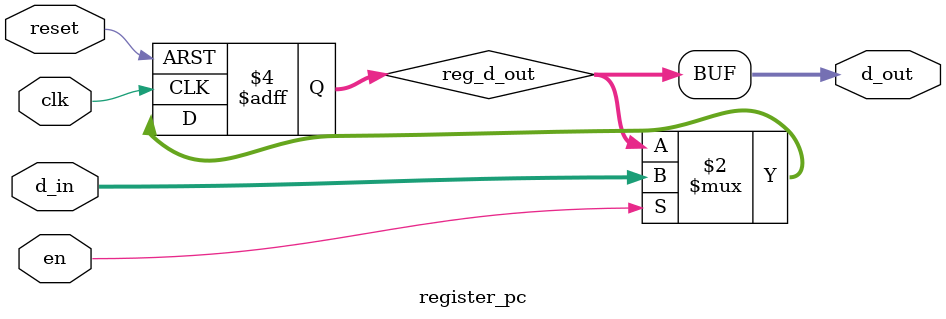
<source format=v>
module register_pc(
    input wire clk,
    input wire reset,
    input wire en,
    input wire [7:0] d_in,
    output wire [7:0] d_out
);
    reg [7:0] reg_d_out;
    assign d_out = reg_d_out;
    always @(posedge clk or posedge reset)begin
            if(reset) reg_d_out <= 8'b0;
            else if(en) reg_d_out <= d_in;
        end
endmodule
</source>
